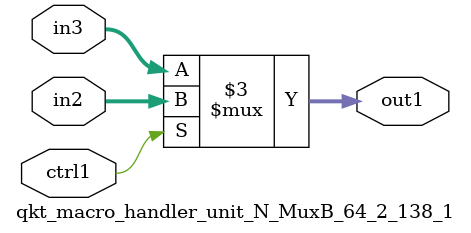
<source format=v>

`timescale 1ps / 1ps


module qkt_macro_handler_unit_N_MuxB_64_2_138_1( in3, in2, ctrl1, out1 );

    input [63:0] in3;
    input [63:0] in2;
    input ctrl1;
    output [63:0] out1;
    reg [63:0] out1;

    
    // rtl_process:qkt_macro_handler_unit_N_MuxB_64_2_138_1/qkt_macro_handler_unit_N_MuxB_64_2_138_1_thread_1
    always @*
      begin : qkt_macro_handler_unit_N_MuxB_64_2_138_1_thread_1
        case (ctrl1) 
          1'b1: 
            begin
              out1 = in2;
            end
          default: 
            begin
              out1 = in3;
            end
        endcase
      end

endmodule


</source>
